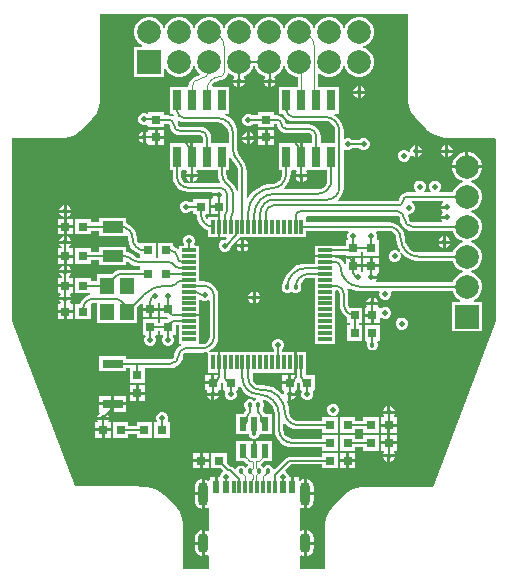
<source format=gtl>
G04*
G04 #@! TF.GenerationSoftware,Altium Limited,Altium Designer,22.9.1 (49)*
G04*
G04 Layer_Physical_Order=1*
G04 Layer_Color=255*
%FSLAX44Y44*%
%MOMM*%
G71*
G04*
G04 #@! TF.SameCoordinates,AC89A68A-B202-40CF-82E1-916CA4805ACC*
G04*
G04*
G04 #@! TF.FilePolarity,Positive*
G04*
G01*
G75*
%ADD12C,0.2000*%
%ADD13C,0.1000*%
%ADD14R,0.8000X0.8000*%
%ADD22R,0.8000X0.8000*%
%ADD34R,1.2000X0.3000*%
%ADD35R,0.3000X1.2000*%
%ADD36R,0.7200X1.7800*%
%ADD37R,0.6000X1.1400*%
%ADD38R,0.3000X1.1400*%
%ADD39R,0.6000X1.2000*%
%ADD40R,1.2000X1.4000*%
%ADD41R,1.8000X1.0000*%
%ADD42R,1.7000X0.8000*%
%ADD43C,0.1500*%
%ADD44O,0.9000X2.0000*%
%ADD45O,0.9000X1.7000*%
%ADD46C,2.0000*%
%ADD47R,2.0000X2.0000*%
%ADD48R,2.0000X2.0000*%
%ADD49C,0.5080*%
%ADD50C,0.4572*%
G36*
X335001Y398951D02*
X335124Y396461D01*
X336095Y391578D01*
X338001Y386977D01*
X340767Y382837D01*
X342441Y380990D01*
X350650Y372782D01*
Y372782D01*
X352497Y371108D01*
X356637Y368341D01*
X361237Y366436D01*
X366121Y365465D01*
X368610Y365342D01*
X409174D01*
X410000Y364367D01*
X410000Y210000D01*
X356929Y71004D01*
X356913Y70976D01*
X356217Y69973D01*
X356098Y69997D01*
X356037Y70000D01*
X298952Y70000D01*
X298952Y70000D01*
X296463Y69878D01*
X291579Y68906D01*
X286979Y67001D01*
X282839Y64234D01*
X280992Y62561D01*
X272439Y54008D01*
X272439Y54008D01*
X270765Y52161D01*
X267999Y48021D01*
X266094Y43421D01*
X265122Y38537D01*
X265000Y36048D01*
Y32622D01*
X265000Y61D01*
X243812D01*
X243739Y149D01*
Y11152D01*
X245009Y11723D01*
X246412Y11141D01*
X246980Y11066D01*
Y22000D01*
Y32933D01*
X246412Y32859D01*
X245009Y32278D01*
X243739Y32848D01*
Y51452D01*
X245009Y52023D01*
X246412Y51441D01*
X246980Y51367D01*
Y63800D01*
Y76234D01*
X246412Y76159D01*
X244700Y75450D01*
X243810Y74767D01*
X242540Y75393D01*
Y77740D01*
X238270D01*
Y69500D01*
X235730D01*
Y77740D01*
X234080D01*
Y79011D01*
X233307Y80878D01*
X231878Y82307D01*
X231469Y82476D01*
X231221Y83722D01*
X236145Y88645D01*
X262460D01*
Y85460D01*
X275540D01*
Y98540D01*
X262460D01*
Y95354D01*
X234755D01*
X233471Y95099D01*
X232383Y94372D01*
X222429Y84418D01*
X220940Y84725D01*
X220521Y85738D01*
X219163Y87096D01*
X217390Y87831D01*
X215470D01*
X213696Y87096D01*
X212577Y85978D01*
X211544Y87011D01*
X210530Y87431D01*
X210435Y87802D01*
X210496Y88820D01*
X211227Y89308D01*
X212710Y90791D01*
X212781Y90898D01*
X213344Y91460D01*
X220040D01*
Y108540D01*
X206270D01*
Y100000D01*
X203730D01*
Y108540D01*
X189960D01*
Y91460D01*
X196656D01*
X197219Y90898D01*
X197290Y90791D01*
X198773Y89308D01*
X199504Y88820D01*
X199565Y87802D01*
X199470Y87431D01*
X198456Y87011D01*
X197380Y85935D01*
X196304Y87011D01*
X194530Y87746D01*
X192610D01*
X190836Y87011D01*
X189479Y85654D01*
X189243Y85084D01*
X187997Y84836D01*
X186631Y86202D01*
X185543Y86929D01*
X184634Y87110D01*
X181540Y90204D01*
Y98540D01*
X168460D01*
Y85460D01*
X176796D01*
X178606Y83650D01*
X178358Y82404D01*
X178122Y82307D01*
X176693Y80878D01*
X175920Y79011D01*
Y77740D01*
X174270D01*
Y69500D01*
X171730D01*
Y77740D01*
X167460D01*
Y75393D01*
X166190Y74767D01*
X165300Y75450D01*
X163588Y76159D01*
X163020Y76234D01*
Y63800D01*
Y51367D01*
X163588Y51441D01*
X165140Y52084D01*
X166410Y51601D01*
Y32699D01*
X165140Y32216D01*
X163588Y32859D01*
X163020Y32933D01*
Y22000D01*
Y11066D01*
X163588Y11141D01*
X165140Y11784D01*
X166410Y11301D01*
Y61D01*
X145897D01*
X144999Y959D01*
X145000Y26000D01*
Y36048D01*
X145000D01*
X145000Y36048D01*
X144878Y38537D01*
X143906Y43421D01*
X142001Y48021D01*
X139234Y52161D01*
X137561Y54008D01*
X129008Y62561D01*
X129008Y62561D01*
X127161Y64234D01*
X123021Y67001D01*
X118421Y68906D01*
X113537Y69878D01*
X111048Y70000D01*
X107622Y70000D01*
Y70152D01*
X53397D01*
X0Y210000D01*
Y365000D01*
X41047D01*
X43537Y365122D01*
X48421Y366094D01*
X53021Y367999D01*
X57161Y370765D01*
X59008Y372439D01*
X67218Y380650D01*
X67218D01*
X67218Y380650D01*
X68892Y382497D01*
X71659Y386637D01*
X73564Y391237D01*
X74535Y396121D01*
X74658Y398610D01*
X74658Y469659D01*
X74998Y470000D01*
X335001D01*
Y398951D01*
D02*
G37*
%LPC*%
G36*
X295551Y467540D02*
X292249D01*
X289060Y466685D01*
X286200Y465034D01*
X283866Y462700D01*
X282215Y459840D01*
X281857Y458507D01*
X280543D01*
X280185Y459840D01*
X278535Y462700D01*
X276200Y465034D01*
X273340Y466685D01*
X270151Y467540D01*
X266849D01*
X263660Y466685D01*
X260800Y465034D01*
X258465Y462700D01*
X256815Y459840D01*
X256457Y458507D01*
X255143D01*
X254785Y459840D01*
X253134Y462700D01*
X250800Y465034D01*
X247940Y466685D01*
X244751Y467540D01*
X241449D01*
X238260Y466685D01*
X235400Y465034D01*
X233065Y462700D01*
X231415Y459840D01*
X231057Y458507D01*
X229743D01*
X229385Y459840D01*
X227735Y462700D01*
X225400Y465034D01*
X222540Y466685D01*
X219351Y467540D01*
X216049D01*
X212860Y466685D01*
X210000Y465034D01*
X207666Y462700D01*
X206015Y459840D01*
X205657Y458507D01*
X204343D01*
X203985Y459840D01*
X202334Y462700D01*
X200000Y465034D01*
X197140Y466685D01*
X193951Y467540D01*
X190649D01*
X187460Y466685D01*
X184600Y465034D01*
X182265Y462700D01*
X180615Y459840D01*
X180257Y458507D01*
X178943D01*
X178585Y459840D01*
X176935Y462700D01*
X174600Y465034D01*
X171740Y466685D01*
X168551Y467540D01*
X165249D01*
X162060Y466685D01*
X159200Y465034D01*
X156866Y462700D01*
X155215Y459840D01*
X154857Y458507D01*
X153543D01*
X153185Y459840D01*
X151535Y462700D01*
X149200Y465034D01*
X146340Y466685D01*
X143151Y467540D01*
X139849D01*
X136660Y466685D01*
X133800Y465034D01*
X131466Y462700D01*
X129815Y459840D01*
X129457Y458507D01*
X128143D01*
X127785Y459840D01*
X126135Y462700D01*
X123800Y465034D01*
X120940Y466685D01*
X117751Y467540D01*
X114449D01*
X111260Y466685D01*
X108400Y465034D01*
X106066Y462700D01*
X104415Y459840D01*
X103560Y456651D01*
Y453349D01*
X104415Y450160D01*
X106066Y447300D01*
X108400Y444966D01*
X110044Y444017D01*
X110381Y442355D01*
X110218Y442140D01*
X103560D01*
Y417060D01*
X128640D01*
Y423718D01*
X128855Y423881D01*
X130517Y423544D01*
X131466Y421900D01*
X133800Y419566D01*
X136660Y417915D01*
X139849Y417060D01*
X143151D01*
X146340Y417915D01*
X149200Y419566D01*
X151535Y421900D01*
X153185Y424760D01*
X153543Y426093D01*
X154857D01*
X155215Y424760D01*
X156866Y421900D01*
X159200Y419566D01*
X159402Y419449D01*
X159188Y418154D01*
X159000Y418124D01*
Y418124D01*
X156457Y417789D01*
X154088Y416808D01*
X152053Y415247D01*
X150492Y413212D01*
X149511Y410843D01*
X149221Y408640D01*
X146160Y408640D01*
X144890Y408640D01*
X133460D01*
Y385760D01*
X136334D01*
X136937Y384306D01*
X135965Y383334D01*
X134525Y383930D01*
X132400Y384210D01*
Y384209D01*
X128540D01*
Y387140D01*
X115460D01*
Y386384D01*
X114190Y385591D01*
X113011Y386080D01*
X110990D01*
X109122Y385307D01*
X107693Y383878D01*
X106920Y382010D01*
Y379990D01*
X107693Y378122D01*
X109122Y376693D01*
X110990Y375920D01*
X113011D01*
X114190Y376409D01*
X115460Y375616D01*
Y374060D01*
X128540D01*
Y376991D01*
X132400D01*
X132431Y376997D01*
X132579Y376936D01*
X133386Y376000D01*
X133680Y373771D01*
X134540Y371693D01*
X135909Y369909D01*
X137693Y368540D01*
X139771Y367680D01*
X142000Y367386D01*
Y367391D01*
X159000D01*
Y367379D01*
X159910Y367198D01*
X160682Y366682D01*
X161198Y365910D01*
X161379Y365000D01*
X161391D01*
Y361338D01*
X160493Y360440D01*
X158860Y360440D01*
X157590Y360440D01*
X153570D01*
Y349000D01*
X151030D01*
Y360440D01*
X147010D01*
X146160Y360440D01*
X144890Y360440D01*
X133460D01*
Y337560D01*
X135991D01*
Y332400D01*
X135948D01*
X136393Y329022D01*
X137697Y325874D01*
X139771Y323171D01*
X142474Y321097D01*
X145622Y319793D01*
X149000Y319348D01*
Y319391D01*
X169382D01*
X170087Y318335D01*
X170028Y318190D01*
X175000D01*
Y315650D01*
X170028D01*
X170375Y314810D01*
X169536Y313540D01*
X168460D01*
Y308270D01*
X175000D01*
Y305730D01*
X168460D01*
Y300460D01*
X174627D01*
X175641Y299190D01*
X175518Y298644D01*
X175289Y298540D01*
X165960D01*
Y296933D01*
X164690Y296548D01*
X164034Y297529D01*
X163704Y299190D01*
X164568Y300460D01*
X166540D01*
Y313540D01*
X153460D01*
Y310609D01*
X150575D01*
X149878Y311307D01*
X148011Y312080D01*
X145990D01*
X144122Y311307D01*
X142693Y309878D01*
X141920Y308011D01*
Y305989D01*
X142693Y304122D01*
X144122Y302693D01*
X145990Y301920D01*
X148011D01*
X149878Y302693D01*
X150575Y303391D01*
X153460D01*
Y300460D01*
X155264D01*
X156343Y300000D01*
X156809Y296465D01*
X158173Y293172D01*
X160343Y290343D01*
X163172Y288173D01*
X165960Y287018D01*
Y281460D01*
X174041D01*
Y290000D01*
X175959D01*
Y281460D01*
X181439D01*
X181925Y280287D01*
X180718Y279080D01*
X178990D01*
X177122Y278307D01*
X175693Y276878D01*
X174920Y275011D01*
Y272990D01*
X175693Y271122D01*
X177122Y269693D01*
X178990Y268920D01*
X181010D01*
X182878Y269693D01*
X184307Y271122D01*
X185080Y272990D01*
Y273233D01*
X192052Y280205D01*
X192835Y281376D01*
X192851Y281460D01*
X249040D01*
Y286391D01*
X284410D01*
X284937Y285121D01*
X284693Y284878D01*
X283920Y283011D01*
Y280989D01*
X284409Y279810D01*
X283616Y278540D01*
X282460D01*
Y273609D01*
X273540D01*
Y274040D01*
X256460D01*
Y265960D01*
Y265959D01*
X265000D01*
X273540D01*
Y266391D01*
X282460D01*
Y265460D01*
X295540D01*
Y268391D01*
X297460D01*
Y265460D01*
X310540D01*
Y278540D01*
X309384D01*
X308591Y279810D01*
X309080Y280989D01*
Y283011D01*
X308307Y284878D01*
X308064Y285121D01*
X308590Y286391D01*
X319000D01*
X319167Y286424D01*
X321471Y285966D01*
X323566Y284566D01*
X324966Y282471D01*
X325217Y281207D01*
X325368Y280000D01*
X325368D01*
X325734Y276287D01*
X326817Y272717D01*
X328114Y270290D01*
X328552Y269190D01*
X328552Y269190D01*
Y269190D01*
X327735Y268450D01*
X327635Y268549D01*
X326878Y269307D01*
X325010Y270080D01*
X322990D01*
X321122Y269307D01*
X319693Y267878D01*
X318920Y266010D01*
Y263990D01*
X319693Y262122D01*
X321122Y260693D01*
X322990Y259920D01*
X325010D01*
X326878Y260693D01*
X328307Y262122D01*
X329080Y263990D01*
Y266010D01*
X328476Y267469D01*
X328411Y267625D01*
X329312Y268165D01*
X330229Y267412D01*
X330943Y266543D01*
X333827Y264176D01*
X337117Y262417D01*
X340687Y261334D01*
X344400Y260968D01*
Y260991D01*
X372985D01*
X373315Y259760D01*
X374966Y256900D01*
X377300Y254566D01*
X380160Y252915D01*
X381493Y252557D01*
Y251243D01*
X380160Y250885D01*
X377300Y249235D01*
X374966Y246900D01*
X373315Y244040D01*
X372985Y242809D01*
X308653D01*
X308167Y243983D01*
X308307Y244122D01*
X308972Y245730D01*
X304000D01*
Y248270D01*
X308972D01*
X308591Y249190D01*
X309384Y250460D01*
X310540D01*
Y255730D01*
X304000D01*
X297460D01*
Y252208D01*
X296190Y251564D01*
X295540Y252003D01*
Y255730D01*
X289000D01*
Y257000D01*
X287730D01*
Y263540D01*
X282460D01*
Y258598D01*
X281190Y258345D01*
X280586Y259802D01*
X279378Y261378D01*
X277803Y262586D01*
X275968Y263346D01*
X274063Y263597D01*
X274000Y263609D01*
X273540D01*
Y264041D01*
X265000D01*
X256460D01*
Y258609D01*
X249000D01*
Y258634D01*
X245170Y258257D01*
X241486Y257140D01*
X238092Y255326D01*
X235116Y252884D01*
X232675Y249908D01*
X230860Y246514D01*
X229743Y242831D01*
X229714Y242539D01*
X228909Y241734D01*
X228174Y239960D01*
Y238040D01*
X228909Y236266D01*
X230266Y234909D01*
X232040Y234174D01*
X233960D01*
X235734Y234909D01*
X236556Y235731D01*
X237378Y234909D01*
X239152Y234174D01*
X241072D01*
X242846Y234909D01*
X244203Y236266D01*
X244938Y238040D01*
Y239960D01*
X244255Y241608D01*
X244707Y242698D01*
X245882Y244230D01*
X247414Y245405D01*
X249198Y246144D01*
X251095Y246394D01*
X251112Y246391D01*
X256460D01*
Y240960D01*
Y230960D01*
Y220960D01*
Y210960D01*
Y200960D01*
Y190960D01*
X273540D01*
Y195960D01*
Y205960D01*
Y215960D01*
Y225960D01*
Y235303D01*
X274601Y236192D01*
X274810Y236237D01*
X275301Y236140D01*
X276403Y235403D01*
X277140Y234300D01*
X277395Y233019D01*
X277391Y233000D01*
Y224000D01*
X277352D01*
X277783Y220726D01*
X279046Y217676D01*
X281056Y215056D01*
X283460Y213212D01*
Y208460D01*
X286391D01*
Y206540D01*
X283460D01*
Y193460D01*
X296540D01*
Y206540D01*
X293609D01*
Y208460D01*
X296540D01*
Y221540D01*
X285230D01*
X284976Y221919D01*
X284586Y223882D01*
X284609Y224000D01*
Y233000D01*
X284631D01*
X284269Y235751D01*
X283538Y237516D01*
X284537Y238422D01*
X286978Y237117D01*
X290813Y235954D01*
X294800Y235562D01*
Y235591D01*
X310432D01*
X311137Y234535D01*
X310920Y234011D01*
Y231989D01*
X311693Y230122D01*
X313122Y228693D01*
X314989Y227920D01*
X317010D01*
X318878Y228693D01*
X320307Y230122D01*
X321080Y231989D01*
Y234011D01*
X320863Y234535D01*
X321568Y235591D01*
X372985D01*
X373315Y234360D01*
X374966Y231500D01*
X377300Y229165D01*
X378944Y228217D01*
X379281Y226556D01*
X379118Y226340D01*
X372460D01*
Y201260D01*
X397540D01*
Y226340D01*
X390882D01*
X390719Y226556D01*
X391056Y228217D01*
X392700Y229165D01*
X395034Y231500D01*
X396685Y234360D01*
X397540Y237549D01*
Y240851D01*
X396685Y244040D01*
X395034Y246900D01*
X392700Y249235D01*
X389840Y250885D01*
X388507Y251243D01*
Y252557D01*
X389840Y252915D01*
X392700Y254566D01*
X395034Y256900D01*
X396685Y259760D01*
X397540Y262949D01*
Y266251D01*
X396685Y269440D01*
X395034Y272300D01*
X392700Y274634D01*
X389840Y276285D01*
X388507Y276643D01*
Y277957D01*
X389840Y278315D01*
X392700Y279965D01*
X395034Y282300D01*
X396685Y285160D01*
X397540Y288349D01*
Y291651D01*
X396685Y294840D01*
X395034Y297700D01*
X392700Y300035D01*
X389840Y301685D01*
X388507Y302043D01*
Y303357D01*
X389840Y303715D01*
X392700Y305366D01*
X395034Y307700D01*
X396685Y310560D01*
X397540Y313749D01*
Y317051D01*
X396685Y320240D01*
X395034Y323100D01*
X392700Y325434D01*
X389840Y327085D01*
X388507Y327443D01*
Y328757D01*
X389840Y329115D01*
X392700Y330765D01*
X395034Y333100D01*
X396685Y335960D01*
X397540Y339149D01*
Y339530D01*
X385000D01*
X372460D01*
Y339149D01*
X373315Y335960D01*
X374966Y333100D01*
X377300Y330765D01*
X380160Y329115D01*
X381493Y328757D01*
Y327443D01*
X380160Y327085D01*
X377300Y325434D01*
X374966Y323100D01*
X373315Y320240D01*
X372985Y319009D01*
X361990D01*
X361464Y320279D01*
X362307Y321122D01*
X363080Y322990D01*
Y325010D01*
X362307Y326878D01*
X360878Y328307D01*
X359011Y329080D01*
X356990D01*
X355122Y328307D01*
X353693Y326878D01*
X352920Y325010D01*
Y322990D01*
X353693Y321122D01*
X354537Y320279D01*
X354010Y319009D01*
X348990D01*
X348464Y320279D01*
X349307Y321122D01*
X350080Y322990D01*
Y325010D01*
X349307Y326878D01*
X347878Y328307D01*
X346011Y329080D01*
X343989D01*
X342122Y328307D01*
X340693Y326878D01*
X339920Y325010D01*
Y322990D01*
X340693Y321122D01*
X341536Y320279D01*
X341010Y319009D01*
X334400D01*
X334259Y318981D01*
X332588Y318761D01*
X330900Y318062D01*
X329450Y316950D01*
X328338Y315500D01*
X327639Y313812D01*
X327419Y312141D01*
X327391Y312000D01*
X327360D01*
X327255Y311745D01*
X327000Y311640D01*
Y311609D01*
X276373D01*
X275965Y312812D01*
X276657Y313343D01*
X278827Y316172D01*
X280191Y319465D01*
X280657Y323000D01*
X280609D01*
Y354547D01*
X281879Y355380D01*
X282990Y354920D01*
X285011D01*
X286878Y355693D01*
X287575Y356391D01*
X294005D01*
X294702Y355693D01*
X296569Y354920D01*
X298591D01*
X300458Y355693D01*
X301887Y357122D01*
X302660Y358989D01*
Y361011D01*
X301887Y362878D01*
X300458Y364307D01*
X298591Y365080D01*
X296569D01*
X294702Y364307D01*
X294005Y363609D01*
X287575D01*
X286878Y364307D01*
X285011Y365080D01*
X282990D01*
X281879Y364620D01*
X280609Y365453D01*
Y371000D01*
X280615D01*
X280315Y374046D01*
X279426Y376976D01*
X277983Y379675D01*
X276042Y382042D01*
X273675Y383983D01*
X272728Y384490D01*
X273046Y385760D01*
X276540D01*
Y408640D01*
X264260D01*
Y408640D01*
X263840D01*
Y408640D01*
X259100D01*
Y419607D01*
X260273Y420093D01*
X260800Y419566D01*
X263660Y417915D01*
X266849Y417060D01*
X270151D01*
X273340Y417915D01*
X276200Y419566D01*
X278535Y421900D01*
X280185Y424760D01*
X280543Y426093D01*
X281857D01*
X282215Y424760D01*
X283866Y421900D01*
X286200Y419566D01*
X289060Y417915D01*
X292249Y417060D01*
X295551D01*
X298740Y417915D01*
X301600Y419566D01*
X303934Y421900D01*
X305585Y424760D01*
X306440Y427949D01*
Y431251D01*
X305585Y434440D01*
X303934Y437300D01*
X301600Y439635D01*
X298740Y441285D01*
X297407Y441643D01*
Y442957D01*
X298740Y443315D01*
X301600Y444966D01*
X303934Y447300D01*
X305585Y450160D01*
X306440Y453349D01*
Y456651D01*
X305585Y459840D01*
X303934Y462700D01*
X301600Y465034D01*
X298740Y466685D01*
X295551Y467540D01*
D02*
G37*
G36*
X295270Y408973D02*
Y405270D01*
X298972D01*
X298307Y406878D01*
X296878Y408307D01*
X295270Y408973D01*
D02*
G37*
G36*
X292730D02*
X291122Y408307D01*
X289693Y406878D01*
X289028Y405270D01*
X292730D01*
Y408973D01*
D02*
G37*
G36*
X298972Y402730D02*
X295270D01*
Y399027D01*
X296878Y399693D01*
X298307Y401122D01*
X298972Y402730D01*
D02*
G37*
G36*
X292730D02*
X289028D01*
X289693Y401122D01*
X291122Y399693D01*
X292730Y399027D01*
Y402730D01*
D02*
G37*
G36*
X120730Y372140D02*
X115460D01*
Y370984D01*
X114190Y370191D01*
X113270Y370573D01*
Y365600D01*
Y360628D01*
X114190Y361008D01*
X115460Y360216D01*
Y359060D01*
X120730D01*
Y365600D01*
Y372140D01*
D02*
G37*
G36*
X128540D02*
X123270D01*
Y366870D01*
X128540D01*
Y372140D01*
D02*
G37*
G36*
X110730Y370573D02*
X109122Y369907D01*
X107693Y368478D01*
X107028Y366870D01*
X110730D01*
Y370573D01*
D02*
G37*
G36*
Y364330D02*
X107028D01*
X107693Y362722D01*
X109122Y361293D01*
X110730Y360628D01*
Y364330D01*
D02*
G37*
G36*
X128540D02*
X123270D01*
Y359060D01*
X128540D01*
Y364330D01*
D02*
G37*
G36*
X369270Y358973D02*
Y355270D01*
X372972D01*
X372307Y356878D01*
X370878Y358307D01*
X369270Y358973D01*
D02*
G37*
G36*
X366730D02*
X365122Y358307D01*
X363693Y356878D01*
X363027Y355270D01*
X366730D01*
Y358973D01*
D02*
G37*
G36*
X343270D02*
Y355270D01*
X346973D01*
X346307Y356878D01*
X344878Y358307D01*
X343270Y358973D01*
D02*
G37*
G36*
X340730D02*
X339122Y358307D01*
X337693Y356878D01*
X336920Y355010D01*
Y354060D01*
X335650Y353534D01*
X334878Y354307D01*
X333010Y355080D01*
X330989D01*
X329122Y354307D01*
X327693Y352878D01*
X326920Y351011D01*
Y348989D01*
X327693Y347122D01*
X329122Y345693D01*
X330989Y344920D01*
X333010D01*
X334878Y345693D01*
X336307Y347122D01*
X337080Y348989D01*
Y349940D01*
X338350Y350466D01*
X339122Y349693D01*
X340730Y349027D01*
Y354000D01*
Y358973D01*
D02*
G37*
G36*
X372972Y352730D02*
X369270D01*
Y349027D01*
X370878Y349693D01*
X372307Y351122D01*
X372972Y352730D01*
D02*
G37*
G36*
X366730D02*
X363027D01*
X363693Y351122D01*
X365122Y349693D01*
X366730Y349027D01*
Y352730D01*
D02*
G37*
G36*
X346973D02*
X343270D01*
Y349027D01*
X344878Y349693D01*
X346307Y351122D01*
X346973Y352730D01*
D02*
G37*
G36*
X386651Y353340D02*
X386270D01*
Y342070D01*
X397540D01*
Y342451D01*
X396685Y345640D01*
X395034Y348500D01*
X392700Y350835D01*
X389840Y352485D01*
X386651Y353340D01*
D02*
G37*
G36*
X383730D02*
X383349D01*
X380160Y352485D01*
X377300Y350835D01*
X374966Y348500D01*
X373315Y345640D01*
X372460Y342451D01*
Y342070D01*
X383730D01*
Y353340D01*
D02*
G37*
G36*
X46270Y307973D02*
Y304270D01*
X49973D01*
X49307Y305878D01*
X47878Y307307D01*
X46270Y307973D01*
D02*
G37*
G36*
X43730D02*
X42122Y307307D01*
X40693Y305878D01*
X40027Y304270D01*
X43730D01*
Y307973D01*
D02*
G37*
G36*
X49973Y301730D02*
X46270D01*
Y298027D01*
X47878Y298693D01*
X49307Y300122D01*
X49973Y301730D01*
D02*
G37*
G36*
X43730D02*
X40027D01*
X40693Y300122D01*
X42122Y298693D01*
X43730Y298027D01*
Y301730D01*
D02*
G37*
G36*
X96540Y297540D02*
X73460D01*
Y293609D01*
X66540D01*
Y296540D01*
X53460D01*
Y283460D01*
X66540D01*
Y286391D01*
X73460D01*
Y282460D01*
X96540D01*
Y282460D01*
X97810Y282704D01*
X97966Y282471D01*
X98215Y281217D01*
X98343Y280000D01*
X98343D01*
X98808Y276465D01*
X100173Y273172D01*
X102343Y270343D01*
X105172Y268173D01*
X108460Y266811D01*
Y263609D01*
X106828D01*
X106818Y263607D01*
X105595Y263850D01*
X105561Y263873D01*
X104587Y264587D01*
X104587Y264587D01*
X101708Y266796D01*
X98355Y268185D01*
X96540Y268424D01*
Y272540D01*
X73460D01*
Y268609D01*
X66540D01*
Y271540D01*
X53460D01*
Y258460D01*
X66540D01*
Y261391D01*
X73460D01*
Y257460D01*
X96540D01*
Y259993D01*
X97596Y260699D01*
X98074Y260501D01*
X99432Y259459D01*
X99434Y259434D01*
Y259434D01*
X101600Y257772D01*
X104122Y256727D01*
X106828Y256371D01*
Y256391D01*
X108460D01*
Y253608D01*
X104374Y253608D01*
X103171Y253786D01*
X103141Y253799D01*
X103127Y253780D01*
X101981Y253609D01*
X91000D01*
X90808Y253571D01*
X89293Y253372D01*
X87702Y252713D01*
X86336Y251664D01*
X86312Y251634D01*
X85388Y250762D01*
X85213Y250341D01*
X84349Y249540D01*
X71460D01*
Y243609D01*
X66540D01*
Y246540D01*
X53460D01*
Y233460D01*
X65330D01*
X65363Y233460D01*
X65363Y233460D01*
X65532Y233460D01*
X65726Y232217D01*
X65719Y232214D01*
X62676Y230954D01*
X60056Y228944D01*
X58046Y226324D01*
X57307Y224540D01*
X53460D01*
Y211460D01*
X66540D01*
Y224540D01*
X67557Y225151D01*
X68882Y225414D01*
X69000Y225391D01*
X71460D01*
Y208460D01*
X105540D01*
Y221436D01*
X109287Y225182D01*
X110460Y224696D01*
Y221270D01*
X117000D01*
X123540D01*
Y225551D01*
X124755Y226618D01*
X125378Y226555D01*
X125411Y226524D01*
X125460Y225410D01*
X125460Y225295D01*
Y221270D01*
X132000D01*
Y218730D01*
X125460D01*
Y213460D01*
X131510D01*
X131971Y212215D01*
X131351Y211540D01*
X125460D01*
Y208609D01*
X123540D01*
Y211540D01*
X110460D01*
Y198460D01*
X112480D01*
X113006Y197190D01*
X112693Y196878D01*
X111920Y195011D01*
Y192990D01*
X112693Y191122D01*
X114122Y189693D01*
X115990Y188920D01*
X118011D01*
X119878Y189693D01*
X121307Y191122D01*
X122080Y192990D01*
Y195011D01*
X121307Y196878D01*
X120994Y197190D01*
X121520Y198460D01*
X123540D01*
Y201391D01*
X125460D01*
Y198460D01*
X127480D01*
X128006Y197190D01*
X127693Y196878D01*
X126920Y195011D01*
Y192990D01*
X127693Y191122D01*
X129122Y189693D01*
X130990Y188920D01*
X133011D01*
X134878Y189693D01*
X136307Y191122D01*
X137080Y192990D01*
Y195011D01*
X136307Y196878D01*
X135994Y197190D01*
X136520Y198460D01*
X138540D01*
Y206391D01*
X141460D01*
Y200960D01*
Y190960D01*
X142798D01*
X143050Y189690D01*
X142189Y189333D01*
X140196Y187804D01*
X138667Y185811D01*
X137705Y183490D01*
X137378Y181000D01*
X137378D01*
X137163Y179819D01*
X137140Y179699D01*
X136403Y178597D01*
X135301Y177860D01*
X134019Y177605D01*
X134000Y177609D01*
X96040D01*
Y180540D01*
X73960D01*
Y167460D01*
X96040D01*
Y170391D01*
X99460D01*
Y157460D01*
X112540D01*
Y170391D01*
X134000D01*
Y170369D01*
X136751Y170731D01*
X139316Y171793D01*
X141517Y173483D01*
X143207Y175685D01*
X144269Y178249D01*
X144631Y181000D01*
X144631D01*
X144953Y182136D01*
X145318Y182682D01*
X146090Y183198D01*
X147000Y183379D01*
Y183391D01*
X161000D01*
Y183343D01*
X164535Y183808D01*
X164856Y183942D01*
X165960Y183024D01*
Y166460D01*
X174041D01*
Y175000D01*
Y183540D01*
X167205D01*
X166952Y184810D01*
X167828Y185173D01*
X170657Y187343D01*
X172827Y190172D01*
X174191Y193465D01*
X174657Y197000D01*
X174609D01*
Y231000D01*
X174648D01*
X174217Y234274D01*
X172954Y237324D01*
X170944Y239944D01*
X168324Y241954D01*
X165274Y243217D01*
X162000Y243648D01*
Y243609D01*
X158540D01*
Y255960D01*
Y265960D01*
Y274040D01*
X155020D01*
X154682Y274554D01*
X154384Y275310D01*
X155080Y276989D01*
Y279011D01*
X154307Y280878D01*
X152878Y282307D01*
X151011Y283080D01*
X148989D01*
X147122Y282307D01*
X145693Y280878D01*
X144920Y279011D01*
Y276989D01*
X145616Y275310D01*
X145318Y274554D01*
X144980Y274040D01*
X141460D01*
Y271901D01*
X140190Y271275D01*
X138811Y272333D01*
X136540Y273274D01*
Y276540D01*
X123460D01*
Y263609D01*
X121540D01*
Y276540D01*
X108460D01*
Y276185D01*
X107190Y275800D01*
X106034Y277529D01*
X105785Y278783D01*
X105657Y280000D01*
X105657D01*
X105191Y283535D01*
X103827Y286828D01*
X101657Y289657D01*
X98828Y291827D01*
X96540Y292775D01*
Y297540D01*
D02*
G37*
G36*
X51540Y296540D02*
X46270D01*
Y291270D01*
X51540D01*
Y296540D01*
D02*
G37*
G36*
X43730D02*
X38460D01*
Y291270D01*
X43730D01*
Y296540D01*
D02*
G37*
G36*
X51540Y288730D02*
X46270D01*
Y283460D01*
X51540D01*
Y288730D01*
D02*
G37*
G36*
X43730D02*
X38460D01*
Y283460D01*
X43730D01*
Y288730D01*
D02*
G37*
G36*
X46270Y281973D02*
Y278270D01*
X49973D01*
X49307Y279878D01*
X47878Y281307D01*
X46270Y281973D01*
D02*
G37*
G36*
X43730D02*
X42122Y281307D01*
X40693Y279878D01*
X40027Y278270D01*
X43730D01*
Y281973D01*
D02*
G37*
G36*
X196270Y278972D02*
Y275270D01*
X199972D01*
X199307Y276878D01*
X197878Y278307D01*
X196270Y278972D01*
D02*
G37*
G36*
X193730D02*
X192122Y278307D01*
X190693Y276878D01*
X190028Y275270D01*
X193730D01*
Y278972D01*
D02*
G37*
G36*
X199972Y272730D02*
X196270D01*
Y269028D01*
X197878Y269693D01*
X199307Y271122D01*
X199972Y272730D01*
D02*
G37*
G36*
X193730D02*
X190028D01*
X190693Y271122D01*
X192122Y269693D01*
X193730Y269028D01*
Y272730D01*
D02*
G37*
G36*
X49973Y275730D02*
X40027D01*
X40693Y274122D01*
X42006Y272810D01*
X41935Y272267D01*
X41617Y271540D01*
X38460D01*
Y266270D01*
X51540D01*
Y271540D01*
X48384D01*
X48065Y272267D01*
X47994Y272810D01*
X49307Y274122D01*
X49973Y275730D01*
D02*
G37*
G36*
X51540Y263730D02*
X46270D01*
Y258460D01*
X51540D01*
Y263730D01*
D02*
G37*
G36*
X43730D02*
X38460D01*
Y258460D01*
X43730D01*
Y263730D01*
D02*
G37*
G36*
X310540Y263540D02*
X305270D01*
Y258270D01*
X310540D01*
Y263540D01*
D02*
G37*
G36*
X295540D02*
X290270D01*
Y258270D01*
X295540D01*
Y263540D01*
D02*
G37*
G36*
X302730D02*
X297460D01*
Y258270D01*
X302730D01*
Y263540D01*
D02*
G37*
G36*
X46270Y256973D02*
Y253270D01*
X49973D01*
X49307Y254878D01*
X47878Y256307D01*
X46270Y256973D01*
D02*
G37*
G36*
X43730D02*
X42122Y256307D01*
X40693Y254878D01*
X40027Y253270D01*
X43730D01*
Y256973D01*
D02*
G37*
G36*
X49973Y250730D02*
X40027D01*
X40693Y249122D01*
X42006Y247810D01*
X41935Y247267D01*
X41617Y246540D01*
X38460D01*
Y241270D01*
X45000D01*
X51540D01*
Y246540D01*
X48384D01*
X48065Y247267D01*
X47994Y247810D01*
X49307Y249122D01*
X49973Y250730D01*
D02*
G37*
G36*
X206270Y234972D02*
Y231270D01*
X209972D01*
X209307Y232878D01*
X207878Y234307D01*
X206270Y234972D01*
D02*
G37*
G36*
X203730D02*
X202122Y234307D01*
X200693Y232878D01*
X200028Y231270D01*
X203730D01*
Y234972D01*
D02*
G37*
G36*
X51540Y238730D02*
X45000D01*
X38460D01*
Y233460D01*
X40480D01*
X41006Y232190D01*
X40693Y231878D01*
X40027Y230270D01*
X49973D01*
X49307Y231878D01*
X48994Y232190D01*
X49520Y233460D01*
X51540D01*
Y238730D01*
D02*
G37*
G36*
X306270Y229972D02*
Y226270D01*
X309972D01*
X309307Y227878D01*
X307878Y229307D01*
X306270Y229972D01*
D02*
G37*
G36*
X303730D02*
X302122Y229307D01*
X300693Y227878D01*
X300028Y226270D01*
X303730D01*
Y229972D01*
D02*
G37*
G36*
X209972Y228730D02*
X206270D01*
Y225028D01*
X207878Y225693D01*
X209307Y227122D01*
X209972Y228730D01*
D02*
G37*
G36*
X203730D02*
X200028D01*
X200693Y227122D01*
X202122Y225693D01*
X203730Y225028D01*
Y228730D01*
D02*
G37*
G36*
X49973Y227730D02*
X40027D01*
X40693Y226122D01*
X41006Y225810D01*
X40480Y224540D01*
X38460D01*
Y219270D01*
X45000D01*
X51540D01*
Y224540D01*
X49520D01*
X48994Y225810D01*
X49307Y226122D01*
X49973Y227730D01*
D02*
G37*
G36*
X123540Y218730D02*
X118270D01*
Y213460D01*
X123540D01*
Y218730D01*
D02*
G37*
G36*
X115730D02*
X110460D01*
Y213460D01*
X115730D01*
Y218730D01*
D02*
G37*
G36*
X309972Y223730D02*
X300028D01*
X300409Y222810D01*
X299616Y221540D01*
X298460D01*
Y216270D01*
X305000D01*
Y215000D01*
X306270D01*
Y208460D01*
X311540D01*
Y212480D01*
X312810Y213006D01*
X313122Y212693D01*
X314989Y211920D01*
X317010D01*
X318878Y212693D01*
X320307Y214122D01*
X321080Y215989D01*
Y218011D01*
X320307Y219878D01*
X318878Y221307D01*
X317010Y222080D01*
X314989D01*
X313122Y221307D01*
X312810Y220994D01*
X311540Y221520D01*
Y221540D01*
X310384D01*
X309591Y222810D01*
X309972Y223730D01*
D02*
G37*
G36*
X51540Y216730D02*
X46270D01*
Y211460D01*
X51540D01*
Y216730D01*
D02*
G37*
G36*
X43730D02*
X38460D01*
Y211460D01*
X43730D01*
Y216730D01*
D02*
G37*
G36*
X303730Y213730D02*
X298460D01*
Y208460D01*
X303730D01*
Y213730D01*
D02*
G37*
G36*
X331011Y213080D02*
X328989D01*
X327122Y212307D01*
X325693Y210878D01*
X324920Y209011D01*
Y206989D01*
X325693Y205122D01*
X327122Y203693D01*
X328989Y202920D01*
X331011D01*
X332878Y203693D01*
X334307Y205122D01*
X335080Y206989D01*
Y209011D01*
X334307Y210878D01*
X332878Y212307D01*
X331011Y213080D01*
D02*
G37*
G36*
X311540Y206540D02*
X298460D01*
Y193460D01*
X299940D01*
X300002Y193414D01*
X300683Y192190D01*
X300174Y190960D01*
Y189040D01*
X300909Y187266D01*
X302266Y185909D01*
X304040Y185174D01*
X305960D01*
X307734Y185909D01*
X309091Y187266D01*
X309826Y189040D01*
Y190960D01*
X309317Y192190D01*
X309998Y193414D01*
X310060Y193460D01*
X311540D01*
Y206540D01*
D02*
G37*
G36*
X233730Y164540D02*
X228460D01*
Y159270D01*
X233730D01*
Y164540D01*
D02*
G37*
G36*
X168730D02*
X163460D01*
Y159270D01*
X168730D01*
Y164540D01*
D02*
G37*
G36*
X112540Y155540D02*
X107270D01*
Y150270D01*
X112540D01*
Y155540D01*
D02*
G37*
G36*
X104730D02*
X99460D01*
Y150270D01*
X104730D01*
Y155540D01*
D02*
G37*
G36*
X239972Y146730D02*
X236270D01*
Y143027D01*
X237878Y143693D01*
X239307Y145122D01*
X239972Y146730D01*
D02*
G37*
G36*
X174972D02*
X171270D01*
Y143027D01*
X172878Y143693D01*
X174307Y145122D01*
X174972Y146730D01*
D02*
G37*
G36*
X168730D02*
X165028D01*
X165693Y145122D01*
X167122Y143693D01*
X168730Y143027D01*
Y146730D01*
D02*
G37*
G36*
X226010Y195080D02*
X223990D01*
X222122Y194307D01*
X220693Y192878D01*
X219920Y191010D01*
Y188990D01*
X220693Y187122D01*
X221391Y186425D01*
Y183540D01*
X175959D01*
Y175000D01*
Y166460D01*
X176391D01*
Y164540D01*
X171270D01*
Y158000D01*
X170000D01*
Y156730D01*
X163460D01*
Y151460D01*
X164616D01*
X165409Y150190D01*
X165028Y149270D01*
X174972D01*
X174591Y150190D01*
X175384Y151460D01*
X176540D01*
Y157510D01*
X177785Y157971D01*
X178460Y157351D01*
Y151460D01*
X179616D01*
X180409Y150190D01*
X179920Y149010D01*
Y146989D01*
X180693Y145122D01*
X182122Y143693D01*
X183990Y142920D01*
X186010D01*
X187878Y143693D01*
X189307Y145122D01*
X190080Y146989D01*
Y149010D01*
X189591Y150190D01*
X190384Y151460D01*
X191540D01*
Y154255D01*
X191736Y154396D01*
X193380Y154015D01*
X194345Y152208D01*
X196537Y149537D01*
X199208Y147346D01*
X202255Y145717D01*
X205562Y144714D01*
X206256Y144646D01*
X206448Y143350D01*
X205822Y143091D01*
X205000Y142269D01*
X204178Y143091D01*
X202404Y143826D01*
X200484D01*
X198710Y143091D01*
X197353Y141734D01*
X196618Y139960D01*
Y138040D01*
X197353Y136266D01*
X197835Y135784D01*
Y134047D01*
X197336Y133664D01*
X196287Y132298D01*
X195973Y131540D01*
X189960D01*
Y114460D01*
X200174D01*
Y114040D01*
X200909Y112266D01*
X202266Y110909D01*
X204040Y110174D01*
X205960D01*
X207734Y110909D01*
X209091Y112266D01*
X209826Y114040D01*
Y114460D01*
X220040D01*
Y131540D01*
X214027D01*
X213713Y132298D01*
X212664Y133664D01*
X212165Y134047D01*
Y135784D01*
X212647Y136266D01*
X213382Y138040D01*
Y139960D01*
X212647Y141734D01*
X212353Y142028D01*
X212685Y143492D01*
X213224Y143682D01*
X215724Y142646D01*
X218509Y140509D01*
X220646Y137724D01*
X221990Y134481D01*
X222425Y131174D01*
X222391Y131000D01*
Y118000D01*
X222334D01*
X222834Y114204D01*
X224299Y110667D01*
X226630Y107630D01*
X229667Y105299D01*
X233204Y103834D01*
X237000Y103335D01*
Y103391D01*
X262460D01*
Y100460D01*
X275540D01*
Y113540D01*
X262460D01*
Y110609D01*
X237000D01*
X236983Y110606D01*
X235086Y110856D01*
X233302Y111595D01*
X231770Y112770D01*
X230595Y114302D01*
X229856Y116086D01*
X229606Y117983D01*
X229609Y118000D01*
Y123288D01*
X230812Y123696D01*
X231630Y122630D01*
X234667Y120299D01*
X238204Y118834D01*
X242000Y118335D01*
Y118391D01*
X262460D01*
Y115460D01*
X275540D01*
Y128540D01*
X262460D01*
Y125609D01*
X242000D01*
X241983Y125606D01*
X240086Y125856D01*
X238302Y126595D01*
X236770Y127770D01*
X235595Y129302D01*
X234856Y131086D01*
X234765Y131778D01*
X234649Y133000D01*
X234649D01*
X234214Y137419D01*
X232925Y141667D01*
X232706Y142077D01*
X233612Y143076D01*
X233730Y143027D01*
Y148000D01*
X235000D01*
Y149270D01*
X239972D01*
X239591Y150190D01*
X240384Y151460D01*
X241540D01*
Y157510D01*
X242785Y157971D01*
X243460Y157351D01*
Y151460D01*
X244616D01*
X245409Y150190D01*
X244920Y149010D01*
Y146989D01*
X245693Y145122D01*
X247122Y143693D01*
X248990Y142920D01*
X251010D01*
X252878Y143693D01*
X254307Y145122D01*
X255080Y146989D01*
Y149010D01*
X254591Y150190D01*
X255384Y151460D01*
X256540D01*
Y164540D01*
X248609D01*
Y166460D01*
X249040D01*
Y183540D01*
X240959D01*
Y175000D01*
Y166460D01*
X241391D01*
Y164540D01*
X236270D01*
Y158000D01*
X235000D01*
Y156730D01*
X228460D01*
Y151460D01*
X229616D01*
X230409Y150190D01*
X229920Y149010D01*
Y148696D01*
X228650Y148242D01*
X228015Y149015D01*
X224583Y151832D01*
X220667Y153925D01*
X216419Y155214D01*
X212000Y155649D01*
Y155609D01*
X210000D01*
X209833Y155576D01*
X207529Y156034D01*
X205434Y157434D01*
X204034Y159529D01*
X203576Y161833D01*
X203609Y162000D01*
Y166460D01*
X239041D01*
Y175000D01*
Y183540D01*
X228609D01*
Y186425D01*
X229307Y187122D01*
X230080Y188990D01*
Y191010D01*
X229307Y192878D01*
X227878Y194307D01*
X226010Y195080D01*
D02*
G37*
G36*
X112540Y147730D02*
X107270D01*
Y142460D01*
X112540D01*
Y147730D01*
D02*
G37*
G36*
X104730D02*
X99460D01*
Y142460D01*
X104730D01*
Y147730D01*
D02*
G37*
G36*
X96040Y146540D02*
X86270D01*
Y141270D01*
X96040D01*
Y146540D01*
D02*
G37*
G36*
X83730D02*
X73960D01*
Y141270D01*
X83730D01*
Y146540D01*
D02*
G37*
G36*
X320270Y137972D02*
Y134270D01*
X323973D01*
X323307Y135878D01*
X321878Y137307D01*
X320270Y137972D01*
D02*
G37*
G36*
X317730D02*
X316122Y137307D01*
X314693Y135878D01*
X314028Y134270D01*
X317730D01*
Y137972D01*
D02*
G37*
G36*
X96040Y138730D02*
X86270D01*
Y133460D01*
X96040D01*
Y138730D01*
D02*
G37*
G36*
X273011Y140080D02*
X270989D01*
X269122Y139307D01*
X267693Y137878D01*
X266920Y136011D01*
Y133989D01*
X267693Y132122D01*
X269122Y130693D01*
X270989Y129920D01*
X273011D01*
X274878Y130693D01*
X276307Y132122D01*
X277080Y133989D01*
Y136011D01*
X276307Y137878D01*
X274878Y139307D01*
X273011Y140080D01*
D02*
G37*
G36*
X83730Y138730D02*
X73960D01*
Y133614D01*
X73960Y133460D01*
X74006Y132190D01*
X72693Y130878D01*
X72028Y129270D01*
X81973D01*
X81307Y130878D01*
X79994Y132190D01*
X80065Y132733D01*
X80384Y133460D01*
X83730D01*
Y138730D01*
D02*
G37*
G36*
X310540Y128540D02*
X297460D01*
Y125609D01*
X290540D01*
Y128540D01*
X277460D01*
Y115460D01*
X290540D01*
Y118391D01*
X297460D01*
Y115460D01*
X310540D01*
Y128540D01*
D02*
G37*
G36*
X323973Y131730D02*
X314028D01*
X314693Y130122D01*
X315006Y129810D01*
X314480Y128540D01*
X312460D01*
Y123270D01*
X319000D01*
X325540D01*
Y128540D01*
X323520D01*
X322994Y129810D01*
X323307Y130122D01*
X323973Y131730D01*
D02*
G37*
G36*
X118540Y124540D02*
X105460D01*
Y121609D01*
X98540D01*
Y124540D01*
X85460D01*
Y111460D01*
X98540D01*
Y114391D01*
X105460D01*
Y111460D01*
X118540D01*
Y124540D01*
D02*
G37*
G36*
X81973Y126730D02*
X72028D01*
X72409Y125810D01*
X71616Y124540D01*
X70460D01*
Y119270D01*
X77000D01*
X83540D01*
Y124540D01*
X82384D01*
X81591Y125810D01*
X81973Y126730D01*
D02*
G37*
G36*
X325540Y120730D02*
X320270D01*
Y115460D01*
X325540D01*
Y120730D01*
D02*
G37*
G36*
X317730D02*
X312460D01*
Y115460D01*
X317730D01*
Y120730D01*
D02*
G37*
G36*
X128011Y133080D02*
X125990D01*
X124122Y132307D01*
X122693Y130878D01*
X121920Y129010D01*
Y126989D01*
X122409Y125810D01*
X121616Y124540D01*
X120460D01*
Y111460D01*
X133540D01*
Y124540D01*
X132384D01*
X131591Y125810D01*
X132080Y126989D01*
Y129010D01*
X131307Y130878D01*
X129878Y132307D01*
X128011Y133080D01*
D02*
G37*
G36*
X83540Y116730D02*
X78270D01*
Y111460D01*
X83540D01*
Y116730D01*
D02*
G37*
G36*
X75730D02*
X70460D01*
Y111460D01*
X75730D01*
Y116730D01*
D02*
G37*
G36*
X310540Y113540D02*
X297460D01*
Y110609D01*
X290540D01*
Y113540D01*
X277460D01*
Y100460D01*
X290540D01*
Y103391D01*
X297460D01*
Y100460D01*
X310540D01*
Y113540D01*
D02*
G37*
G36*
X325540D02*
X320270D01*
Y108270D01*
X325540D01*
Y113540D01*
D02*
G37*
G36*
X317730D02*
X312460D01*
Y108270D01*
X317730D01*
Y113540D01*
D02*
G37*
G36*
X325540Y105730D02*
X319000D01*
X312460D01*
Y100460D01*
X314480D01*
X315006Y99190D01*
X314693Y98878D01*
X314028Y97270D01*
X323973D01*
X323307Y98878D01*
X322994Y99190D01*
X323520Y100460D01*
X325540D01*
Y105730D01*
D02*
G37*
G36*
X290540Y98540D02*
X285270D01*
Y93270D01*
X290540D01*
Y98540D01*
D02*
G37*
G36*
X166540D02*
X161270D01*
Y93270D01*
X166540D01*
Y98540D01*
D02*
G37*
G36*
X158730D02*
X153460D01*
Y93270D01*
X158730D01*
Y98540D01*
D02*
G37*
G36*
X282730D02*
X277460D01*
Y93270D01*
X282730D01*
Y98540D01*
D02*
G37*
G36*
X323973Y94730D02*
X320270D01*
Y91027D01*
X321878Y91693D01*
X323307Y93122D01*
X323973Y94730D01*
D02*
G37*
G36*
X317730D02*
X314028D01*
X314693Y93122D01*
X316122Y91693D01*
X317730Y91027D01*
Y94730D01*
D02*
G37*
G36*
X290540Y90730D02*
X285270D01*
Y85460D01*
X290540D01*
Y90730D01*
D02*
G37*
G36*
X282730D02*
X277460D01*
Y85460D01*
X282730D01*
Y90730D01*
D02*
G37*
G36*
X166540D02*
X161270D01*
Y85460D01*
X166540D01*
Y90730D01*
D02*
G37*
G36*
X158730D02*
X153460D01*
Y85460D01*
X158730D01*
Y90730D01*
D02*
G37*
G36*
X249520Y76234D02*
Y65070D01*
X255351D01*
Y69300D01*
X255109Y71138D01*
X254399Y72850D01*
X253271Y74321D01*
X251800Y75450D01*
X250088Y76159D01*
X249520Y76234D01*
D02*
G37*
G36*
X160480D02*
X159912Y76159D01*
X158200Y75450D01*
X156729Y74321D01*
X155601Y72850D01*
X154891Y71138D01*
X154649Y69300D01*
Y65070D01*
X160480D01*
Y76234D01*
D02*
G37*
G36*
X255351Y62530D02*
X249520D01*
Y51367D01*
X250088Y51441D01*
X251800Y52151D01*
X253271Y53279D01*
X254399Y54750D01*
X255109Y56462D01*
X255351Y58300D01*
Y62530D01*
D02*
G37*
G36*
X160480D02*
X154649D01*
Y58300D01*
X154891Y56462D01*
X155601Y54750D01*
X156729Y53279D01*
X158200Y52151D01*
X159912Y51441D01*
X160480Y51367D01*
Y62530D01*
D02*
G37*
G36*
X249520Y32933D02*
Y23270D01*
X255351D01*
Y26000D01*
X255109Y27838D01*
X254399Y29550D01*
X253271Y31021D01*
X251800Y32149D01*
X250088Y32859D01*
X249520Y32933D01*
D02*
G37*
G36*
X160480D02*
X159912Y32859D01*
X158200Y32149D01*
X156729Y31021D01*
X155601Y29550D01*
X154891Y27838D01*
X154649Y26000D01*
Y23270D01*
X160480D01*
Y32933D01*
D02*
G37*
G36*
X255351Y20730D02*
X249520D01*
Y11066D01*
X250088Y11141D01*
X251800Y11851D01*
X253271Y12979D01*
X254399Y14450D01*
X255109Y16162D01*
X255351Y18000D01*
Y20730D01*
D02*
G37*
G36*
X160480D02*
X154649D01*
Y18000D01*
X154891Y16162D01*
X155601Y14450D01*
X156729Y12979D01*
X158200Y11851D01*
X159912Y11141D01*
X160480Y11066D01*
Y20730D01*
D02*
G37*
%LPD*%
G36*
X206015Y424760D02*
X207666Y421900D01*
X210000Y419566D01*
X212860Y417915D01*
X213707Y417687D01*
X214087Y416271D01*
X213693Y415878D01*
X213027Y414270D01*
X222973D01*
X222307Y415878D01*
X221786Y416398D01*
X222166Y417814D01*
X222540Y417915D01*
X225400Y419566D01*
X227735Y421900D01*
X229385Y424760D01*
X229743Y426093D01*
X231057D01*
X231415Y424760D01*
X233065Y421900D01*
X235400Y419566D01*
X238260Y417915D01*
X241449Y417060D01*
X241900D01*
Y408640D01*
X238860D01*
Y408640D01*
X238440D01*
Y408640D01*
X226160D01*
Y385760D01*
X229216D01*
X229929Y384040D01*
X231410Y382110D01*
X233340Y380629D01*
X235588Y379698D01*
X238000Y379380D01*
Y379391D01*
X265000D01*
X265043Y379399D01*
X267175Y379118D01*
X269202Y378279D01*
X270943Y376943D01*
X272279Y375202D01*
X273118Y373175D01*
X273399Y371043D01*
X273391Y371000D01*
Y360440D01*
X265110D01*
X264260Y360440D01*
X262990Y360440D01*
X261309D01*
Y366300D01*
X261328D01*
X260976Y368973D01*
X259945Y371464D01*
X258303Y373603D01*
X256164Y375245D01*
X253673Y376276D01*
X251000Y376628D01*
Y376609D01*
X232000D01*
Y376640D01*
X231745Y376745D01*
X231640Y377000D01*
X231609D01*
X231586Y377115D01*
X231356Y378864D01*
X230637Y380601D01*
X229492Y382092D01*
X228001Y383237D01*
X226264Y383956D01*
X224515Y384187D01*
X224400Y384209D01*
X221540D01*
Y387140D01*
X208460D01*
Y384209D01*
X202975D01*
X202878Y384307D01*
X201010Y385080D01*
X198990D01*
X197122Y384307D01*
X195693Y382878D01*
X194920Y381011D01*
Y378989D01*
X195693Y377122D01*
X197122Y375693D01*
X198990Y374920D01*
X201010D01*
X202878Y375693D01*
X204175Y376991D01*
X208460D01*
Y374060D01*
X221540D01*
Y376991D01*
X223196D01*
X224331Y376991D01*
X224349Y376949D01*
X224400Y376927D01*
X224563Y375725D01*
X224654Y375032D01*
X225414Y373198D01*
X226622Y371622D01*
X228197Y370414D01*
X230032Y369654D01*
X231937Y369403D01*
X232000Y369391D01*
X251000D01*
X251004Y369392D01*
X252183Y369157D01*
X253187Y368487D01*
X253857Y367483D01*
X254091Y366304D01*
X254091Y366300D01*
Y361338D01*
X253193Y360440D01*
X251560Y360440D01*
X250290Y360440D01*
X246270D01*
Y349000D01*
X243730D01*
Y360440D01*
X239710D01*
X238860Y360440D01*
X237590Y360440D01*
X226160D01*
Y337560D01*
X228691D01*
Y335822D01*
X228691Y335812D01*
X228691Y335803D01*
X228562Y334586D01*
X228366Y333099D01*
X227323Y330579D01*
X225721Y328492D01*
X225640Y328437D01*
X224678Y327694D01*
X224140Y327281D01*
X222390Y326556D01*
X221721Y326468D01*
X220496Y326359D01*
Y326359D01*
X215796Y325896D01*
X211263Y324521D01*
X207084Y322288D01*
X203422Y319282D01*
X200417Y315620D01*
X199841Y314543D01*
X198609Y314852D01*
Y336343D01*
X198623D01*
X198291Y339714D01*
X197308Y342956D01*
X195711Y345943D01*
X193562Y348562D01*
X193562Y348562D01*
X192782Y349509D01*
X191931Y350619D01*
X190924Y353049D01*
X190592Y355570D01*
X190609Y355657D01*
Y369000D01*
X190620D01*
X190301Y372242D01*
X189355Y375360D01*
X187819Y378234D01*
X185752Y380752D01*
X183234Y382819D01*
X180360Y384355D01*
X179915Y384490D01*
X180103Y385760D01*
X183840D01*
Y408640D01*
X172410D01*
X171560Y408640D01*
X169758Y408640D01*
X169053Y409696D01*
X169158Y409950D01*
X170413Y411587D01*
X172050Y412842D01*
X173955Y413631D01*
X176000Y413900D01*
X176000Y413900D01*
X176036Y413908D01*
X177729Y414131D01*
X179340Y414798D01*
X180723Y415859D01*
X181785Y417243D01*
X182452Y418854D01*
X182576Y419794D01*
X183917Y420249D01*
X184600Y419566D01*
X187460Y417915D01*
X187834Y417814D01*
X188214Y416398D01*
X187693Y415878D01*
X187027Y414270D01*
X196973D01*
X196307Y415878D01*
X195913Y416271D01*
X196293Y417687D01*
X197140Y417915D01*
X200000Y419566D01*
X202334Y421900D01*
X203985Y424760D01*
X204343Y426093D01*
X205657D01*
X206015Y424760D01*
D02*
G37*
G36*
X143405Y378716D02*
X146000Y378374D01*
Y378391D01*
X174000D01*
X174069Y378404D01*
X176436Y378093D01*
X178707Y377152D01*
X180656Y375656D01*
X182152Y373707D01*
X183093Y371436D01*
X183404Y369069D01*
X183391Y369000D01*
Y360440D01*
X172410D01*
X171560Y360440D01*
X170290Y360440D01*
X168609D01*
Y365000D01*
X168622D01*
X168295Y367491D01*
X167333Y369811D01*
X165804Y371804D01*
X163811Y373333D01*
X161490Y374295D01*
X159000Y374622D01*
Y374609D01*
X142000D01*
X141915Y374592D01*
X141096Y374931D01*
X140610Y376000D01*
X140610D01*
X140330Y378125D01*
X140030Y378851D01*
X140835Y379580D01*
X141058Y379688D01*
X143405Y378716D01*
D02*
G37*
G36*
X266791Y329400D02*
X266796Y329373D01*
X266534Y327381D01*
X265755Y325500D01*
X264515Y323885D01*
X262900Y322645D01*
X261019Y321866D01*
X259027Y321604D01*
X259000Y321609D01*
X230563D01*
X230154Y322812D01*
X230783Y323294D01*
X230783Y323294D01*
X230755Y323322D01*
X232950Y325997D01*
X234581Y329048D01*
X235586Y332360D01*
X235925Y335803D01*
X235925Y335803D01*
X236200Y336953D01*
X236807Y337560D01*
X238440Y337560D01*
X239279Y337560D01*
X240580Y337560D01*
X241106Y336290D01*
X240693Y335878D01*
X240028Y334270D01*
X249972D01*
X249307Y335878D01*
X248894Y336290D01*
X249420Y337560D01*
X251140Y337560D01*
X252410Y337560D01*
X262990D01*
X263840Y337560D01*
X265110Y337560D01*
X266791D01*
Y329400D01*
D02*
G37*
G36*
X174091Y334967D02*
X174088D01*
X174374Y332064D01*
X175221Y329273D01*
X175966Y327879D01*
X175205Y326609D01*
X149000D01*
X148863Y326582D01*
X146763Y327000D01*
X144867Y328267D01*
X143600Y330163D01*
X143182Y332263D01*
X143209Y332400D01*
Y336662D01*
X144107Y337560D01*
X145740Y337560D01*
X147580Y337560D01*
X148106Y336290D01*
X147693Y335878D01*
X147028Y334270D01*
X156973D01*
X156307Y335878D01*
X155894Y336290D01*
X156420Y337560D01*
X158440Y337560D01*
X159710Y337560D01*
X170290D01*
X171140Y337560D01*
X172410Y337560D01*
X174091D01*
Y334967D01*
D02*
G37*
G36*
X186289Y346057D02*
X188438Y343438D01*
X188438Y343438D01*
X189218Y342491D01*
X190069Y341381D01*
X191076Y338951D01*
X191408Y336429D01*
X191391Y336343D01*
Y320730D01*
X190200Y320445D01*
X188871Y323655D01*
X186755Y326412D01*
X186724Y326381D01*
X183550Y329554D01*
X183531Y329567D01*
X182328Y331134D01*
X181563Y332983D01*
X181305Y334943D01*
X181309Y334967D01*
Y337560D01*
X183840D01*
Y347944D01*
X185110Y348262D01*
X186289Y346057D01*
D02*
G37*
G36*
X365048Y310808D02*
X365066Y310521D01*
X363693Y309148D01*
X363027Y307540D01*
X368000D01*
Y305000D01*
X363027D01*
X363693Y303392D01*
X364951Y302135D01*
X363693Y300878D01*
X363027Y299270D01*
X368000D01*
Y296730D01*
X363027D01*
X363693Y295122D01*
X363936Y294879D01*
X363410Y293609D01*
X339000D01*
X338981Y293605D01*
X337700Y293860D01*
X336597Y294597D01*
X335860Y295700D01*
X335837Y295819D01*
X335622Y297000D01*
X335622D01*
X335294Y299490D01*
X335228Y299650D01*
X336077Y300920D01*
X337010D01*
X338878Y301693D01*
X340307Y303122D01*
X341080Y304989D01*
Y307010D01*
X340307Y308878D01*
X338878Y310307D01*
X338361Y310521D01*
X338613Y311791D01*
X364735D01*
X365048Y310808D01*
D02*
G37*
G36*
X326000Y299379D02*
X326910Y299198D01*
X327682Y298682D01*
X328046Y298136D01*
X328369Y297000D01*
X328369Y297000D01*
X328731Y294249D01*
X329793Y291684D01*
X331483Y289483D01*
X333685Y287793D01*
X336249Y286731D01*
X339000Y286369D01*
Y286391D01*
X372985D01*
X373315Y285160D01*
X374966Y282300D01*
X377300Y279965D01*
X380160Y278315D01*
X381493Y277957D01*
Y276643D01*
X380160Y276285D01*
X377300Y274634D01*
X374966Y272300D01*
X373315Y269440D01*
X372985Y268209D01*
X344400D01*
X344268Y268183D01*
X341337Y268569D01*
X338483Y269751D01*
X336032Y271632D01*
X334151Y274083D01*
X332969Y276937D01*
X332729Y278760D01*
X332657Y280000D01*
X332657D01*
X332192Y283535D01*
X330827Y286828D01*
X328657Y289657D01*
X325828Y291827D01*
X322535Y293192D01*
X319000Y293657D01*
Y293609D01*
X249040D01*
Y298540D01*
X249958Y299391D01*
X326000D01*
Y299379D01*
D02*
G37*
%LPC*%
G36*
X222973Y411730D02*
X219270D01*
Y408027D01*
X220878Y408693D01*
X222307Y410122D01*
X222973Y411730D01*
D02*
G37*
G36*
X216730D02*
X213027D01*
X213693Y410122D01*
X215122Y408693D01*
X216730Y408027D01*
Y411730D01*
D02*
G37*
G36*
X196973D02*
X193270D01*
Y408027D01*
X194878Y408693D01*
X196307Y410122D01*
X196973Y411730D01*
D02*
G37*
G36*
X190730D02*
X187027D01*
X187693Y410122D01*
X189122Y408693D01*
X190730Y408027D01*
Y411730D01*
D02*
G37*
G36*
X221540Y372140D02*
X216270D01*
Y366870D01*
X221540D01*
Y372140D01*
D02*
G37*
G36*
X213730D02*
X208460D01*
Y366870D01*
X213730D01*
Y372140D01*
D02*
G37*
G36*
X201270Y369972D02*
Y366270D01*
X204972D01*
X204307Y367878D01*
X202878Y369307D01*
X201270Y369972D01*
D02*
G37*
G36*
X198730D02*
X197122Y369307D01*
X195693Y367878D01*
X195028Y366270D01*
X198730D01*
Y369972D01*
D02*
G37*
G36*
X204972Y363730D02*
X201270D01*
Y360028D01*
X202878Y360693D01*
X204307Y362122D01*
X204972Y363730D01*
D02*
G37*
G36*
X198730D02*
X195028D01*
X195693Y362122D01*
X197122Y360693D01*
X198730Y360028D01*
Y363730D01*
D02*
G37*
G36*
X221540Y364330D02*
X216270D01*
Y359060D01*
X221540D01*
Y364330D01*
D02*
G37*
G36*
X213730D02*
X208460D01*
Y359060D01*
X213730D01*
Y364330D01*
D02*
G37*
G36*
X249972Y331730D02*
X246270D01*
Y328027D01*
X247878Y328693D01*
X249307Y330122D01*
X249972Y331730D01*
D02*
G37*
G36*
X243730D02*
X240028D01*
X240693Y330122D01*
X242122Y328693D01*
X243730Y328027D01*
Y331730D01*
D02*
G37*
G36*
X156973D02*
X153270D01*
Y328027D01*
X154878Y328693D01*
X156307Y330122D01*
X156973Y331730D01*
D02*
G37*
G36*
X150730D02*
X147028D01*
X147693Y330122D01*
X149122Y328693D01*
X150730Y328027D01*
Y331730D01*
D02*
G37*
G36*
X367270Y281973D02*
Y278270D01*
X370973D01*
X370307Y279878D01*
X368878Y281307D01*
X367270Y281973D01*
D02*
G37*
G36*
X364730D02*
X363122Y281307D01*
X361693Y279878D01*
X361027Y278270D01*
X364730D01*
Y281973D01*
D02*
G37*
G36*
X370973Y275730D02*
X367270D01*
Y272027D01*
X368878Y272693D01*
X370307Y274122D01*
X370973Y275730D01*
D02*
G37*
G36*
X364730D02*
X361027D01*
X361693Y274122D01*
X363122Y272693D01*
X364730Y272027D01*
Y275730D01*
D02*
G37*
%LPD*%
G36*
X160177Y227699D02*
X162044Y226926D01*
X164065D01*
X165932Y227699D01*
X166121Y227887D01*
X167391Y227361D01*
Y197000D01*
X167424Y196833D01*
X166966Y194529D01*
X165566Y192434D01*
X163471Y191034D01*
X161167Y190576D01*
X161000Y190609D01*
X159665D01*
X158540Y190960D01*
Y195960D01*
Y205960D01*
Y214041D01*
X150000D01*
Y215959D01*
X158540D01*
Y215960D01*
Y227540D01*
X159810Y228066D01*
X160177Y227699D01*
D02*
G37*
G54D12*
X82172Y133172D02*
G03*
X85000Y140000I-6828J6828D01*
G01*
X121000Y231000D02*
G03*
X117000Y227000I0J-4000D01*
G01*
X170000Y158000D02*
G03*
X175000Y163000I0J5000D01*
G01*
X132000Y220000D02*
G03*
X137000Y215000I5000J0D01*
G01*
X122000Y365600D02*
G03*
X121600Y366000I-400J0D01*
G01*
X152300Y349000D02*
G03*
X135700Y365600I-16600J0D01*
G01*
X152300Y349000D02*
G03*
X152000Y348700I0J-300D01*
G01*
X200600Y365600D02*
G03*
X200000Y365000I0J-600D01*
G01*
X235000Y158000D02*
G03*
X240000Y163000I0J5000D01*
G01*
X289000Y251000D02*
G03*
X293000Y247000I4000J0D01*
G01*
X289000Y257000D02*
G03*
X281000Y265000I-8000J0D01*
G01*
X245000Y349000D02*
G03*
X228400Y365600I-16600J0D01*
G01*
X231000Y133000D02*
G03*
X242000Y122000I11000J0D01*
G01*
X231000Y133000D02*
G03*
X212000Y152000I-19000J0D01*
G01*
X200000Y162000D02*
G03*
X210000Y152000I10000J0D01*
G01*
X195000Y162000D02*
G03*
X209000Y148000I14000J0D01*
G01*
X180998Y327002D02*
G03*
X181000Y327000I7969J7965D01*
G01*
X177700Y334967D02*
G03*
X180998Y327002I11267J0D01*
G01*
X187000Y317000D02*
G03*
X184172Y323828I-9657J0D01*
G01*
X186000Y300000D02*
G03*
X187000Y302414I-2414J2414D01*
G01*
X186000Y300000D02*
G03*
X185000Y297586I2414J-2414D01*
G01*
X232300Y388700D02*
G03*
X238000Y383000I5700J0D01*
G01*
X277000Y371000D02*
G03*
X265000Y383000I-12000J0D01*
G01*
X267000Y313000D02*
G03*
X277000Y323000I0J10000D01*
G01*
X222000Y313000D02*
G03*
X210000Y301000I0J-12000D01*
G01*
X259000Y318000D02*
G03*
X270400Y329400I0J11400D01*
G01*
X221000Y308000D02*
G03*
X215000Y302000I0J-6000D01*
G01*
X220498Y322704D02*
G03*
X228192Y325885I14J10860D01*
G01*
X222611Y318000D02*
G03*
X205000Y300389I0J-17611D01*
G01*
X228192Y325885D02*
G03*
X232300Y335803I-9918J9918D01*
G01*
X220498Y322704D02*
G03*
X200000Y302186I13J-20511D01*
G01*
X139600Y388400D02*
G03*
X146000Y382000I6400J0D01*
G01*
X187000Y369000D02*
G03*
X174000Y382000I-13000J0D01*
G01*
X187000Y355657D02*
G03*
X191000Y346000I13657J0D01*
G01*
X195000Y336343D02*
G03*
X191000Y346000I-13657J0D01*
G01*
X139600Y332400D02*
G03*
X149000Y323000I9400J0D01*
G01*
X182000Y317000D02*
G03*
X176000Y323000I-6000J0D01*
G01*
X180794Y300596D02*
G03*
X180000Y299010I1206J-1596D01*
G01*
X180794Y300596D02*
G03*
X182000Y303000I-1794J2404D01*
G01*
X160000Y300000D02*
G03*
X170000Y290000I10000J0D01*
G01*
X287000Y270000D02*
G03*
X289000Y272000I0J2000D01*
G01*
X278000Y256000D02*
G03*
X274000Y260000I-4000J0D01*
G01*
X278000Y256000D02*
G03*
X294800Y239200I16800J0D01*
G01*
X226000Y118000D02*
G03*
X237000Y107000I11000J0D01*
G01*
X226000Y131000D02*
G03*
X209000Y148000I-17000J0D01*
G01*
X134000Y174000D02*
G03*
X141000Y181000I0J7000D01*
G01*
X147000Y187000D02*
G03*
X141000Y181000I0J-6000D01*
G01*
X161000Y187000D02*
G03*
X171000Y197000I0J10000D01*
G01*
Y231000D02*
G03*
X162000Y240000I-9000J0D01*
G01*
X157522Y234085D02*
G03*
X156000Y234500I-1522J-2585D01*
G01*
X200600Y380600D02*
G03*
X200000Y380000I0J-600D01*
G01*
X122000Y380600D02*
G03*
X121600Y381000I-400J0D01*
G01*
X137000Y210000D02*
G03*
X132000Y205000I0J-5000D01*
G01*
X249000Y255000D02*
G03*
X233000Y239000I0J-16000D01*
G01*
X200475Y131584D02*
G03*
X201444Y133287I-1031J1714D01*
G01*
X200475Y131584D02*
G03*
X199000Y129000I1525J-2584D01*
G01*
X197764Y123448D02*
G03*
X199000Y125286I-764J1849D01*
G01*
X197656Y123406D02*
G03*
X197764Y123448I-666J1886D01*
G01*
X251112Y250000D02*
G03*
X240112Y239000I0J-11000D01*
G01*
X212224Y123453D02*
G03*
X212486Y123351I2276J5491D01*
G01*
X211000Y125286D02*
G03*
X212224Y123453I2000J10D01*
G01*
X208556Y133287D02*
G03*
X209525Y131584I2000J10D01*
G01*
X211000Y129000D02*
G03*
X209525Y131584I-3000J0D01*
G01*
X281000Y233000D02*
G03*
X274000Y240000I-7000J0D01*
G01*
X281000Y224000D02*
G03*
X290000Y215000I9000J0D01*
G01*
X245000Y163000D02*
G03*
X250000Y158000I5000J0D01*
G01*
X180000Y163000D02*
G03*
X185000Y158000I5000J0D01*
G01*
X327000Y308000D02*
G03*
X331000Y312000I0J4000D01*
G01*
X334400Y315400D02*
G03*
X331000Y312000I0J-3400D01*
G01*
X244000Y303000D02*
G03*
X240000Y299000I0J-4000D01*
G01*
X332000Y297000D02*
G03*
X326000Y303000I-6000J0D01*
G01*
X332000Y297000D02*
G03*
X339000Y290000I7000J0D01*
G01*
X329000Y280000D02*
G03*
X319000Y290000I-10000J0D01*
G01*
X329000Y280000D02*
G03*
X344400Y264600I15400J0D01*
G01*
X97000Y218000D02*
G03*
X86000Y229000I-11000J0D01*
G01*
X69000D02*
G03*
X60000Y220000I0J-9000D01*
G01*
X129521Y240000D02*
G03*
X111560Y232561I0J-25400D01*
G01*
X257700Y366300D02*
G03*
X251000Y373000I-6700J0D01*
G01*
X228000Y377000D02*
G03*
X232000Y373000I4000J0D01*
G01*
X228000Y377000D02*
G03*
X224400Y380600I-3600J0D01*
G01*
X165000Y365000D02*
G03*
X159000Y371000I-6000J0D01*
G01*
X137000Y376000D02*
G03*
X142000Y371000I5000J0D01*
G01*
X137000Y376000D02*
G03*
X132400Y380600I-4600J0D01*
G01*
X144828Y245000D02*
G03*
X140000Y243000I0J-6828D01*
G01*
X135000Y240000D02*
G03*
X138414Y241414I0J4828D01*
G01*
X85000Y245224D02*
G03*
X85658Y245658I-751J1854D01*
G01*
X88089Y248089D02*
G03*
X88397Y248491I-1422J1407D01*
G01*
X103087Y249999D02*
G03*
X103000Y250000I-87J-2999D01*
G01*
X91000D02*
G03*
X88397Y248491I0J-3000D01*
G01*
X103087Y249999D02*
G03*
X103121Y249998I44J1999D01*
G01*
X139000Y256000D02*
G03*
X141414Y255000I2414J2414D01*
G01*
X136414Y258586D02*
G03*
X133000Y260000I-3414J-3414D01*
G01*
X102000Y262000D02*
G03*
X106828Y260000I4828J4828D01*
G01*
X102000Y262000D02*
G03*
X94757Y265000I-7243J-7243D01*
G01*
X140000Y264000D02*
G03*
X144000Y260000I4000J0D01*
G01*
X140000Y264000D02*
G03*
X134000Y270000I-6000J0D01*
G01*
X102000Y280000D02*
G03*
X92000Y290000I-10000J0D01*
G01*
X102000Y280000D02*
G03*
X112000Y270000I10000J0D01*
G01*
X77000Y128000D02*
X82172Y133172D01*
X117000Y220000D02*
X132000D01*
X117000D02*
Y227000D01*
X170000Y148000D02*
Y158000D01*
X137000Y215000D02*
X150000D01*
X132000Y220000D02*
Y231000D01*
X112000Y365600D02*
X122000D01*
X135700D01*
X152000Y333000D02*
Y348700D01*
X200600Y365600D02*
X215000D01*
X235000Y148000D02*
Y158000D01*
X289000Y251000D02*
Y257000D01*
X265000Y265000D02*
X281000D01*
X289000Y257000D02*
X304000D01*
X215000Y365600D02*
X228400D01*
X245000Y349000D02*
X245000D01*
X175000Y307000D02*
Y316920D01*
Y290000D02*
Y307000D01*
X106000Y174000D02*
X134000D01*
X85000D02*
X106000D01*
Y164000D02*
Y174000D01*
X181000Y69500D02*
Y78000D01*
X229000Y69500D02*
Y78000D01*
X205000Y115000D02*
Y123000D01*
X319000Y96000D02*
Y107000D01*
Y122000D02*
Y133000D01*
X242000Y122000D02*
X269000D01*
X210000Y152000D02*
X212000D01*
X200000Y162000D02*
Y175000D01*
X195000Y162000D02*
Y175000D01*
X284000Y360000D02*
X297580D01*
X45000Y277000D02*
Y290000D01*
Y252000D02*
Y265000D01*
Y229000D02*
Y240000D01*
Y220000D02*
Y229000D01*
Y290000D02*
Y303000D01*
Y265000D02*
Y277000D01*
Y240000D02*
Y252000D01*
X189500Y282757D02*
Y289500D01*
X190000Y290000D01*
X180743Y274000D02*
X189500Y282757D01*
X180000Y274000D02*
X180743D01*
X339000Y290000D02*
X385000D01*
X77000Y118000D02*
Y128000D01*
X177700Y334967D02*
Y349000D01*
X181000Y327000D02*
X184172Y323828D01*
X180998Y327002D02*
X181000Y327000D01*
X185000Y290000D02*
Y297586D01*
X187000Y302414D02*
Y317000D01*
X232300Y388700D02*
Y397200D01*
X238000Y383000D02*
X265000D01*
X277000Y323000D02*
Y371000D01*
X222000Y313000D02*
X267000D01*
X210000Y290000D02*
Y301000D01*
X270400Y329400D02*
Y349000D01*
X221000Y308000D02*
X327000D01*
X244000Y303000D02*
X326000D01*
X215000Y290000D02*
Y302000D01*
X200000Y290000D02*
Y302186D01*
X139600Y388400D02*
Y397200D01*
X146000Y382000D02*
X174000D01*
X187000Y355657D02*
Y369000D01*
X195000Y290000D02*
Y336343D01*
X139600Y332400D02*
Y349000D01*
X149000Y323000D02*
X176000D01*
X182000Y317000D02*
X182000D01*
X180000Y299010D02*
Y299010D01*
Y290000D02*
Y299010D01*
X182000Y303000D02*
Y317000D01*
X160000Y300000D02*
Y307000D01*
X147000D02*
X160000D01*
X245000Y333000D02*
Y349000D01*
X304000Y247000D02*
Y257000D01*
X289000Y272000D02*
Y282000D01*
X289000D01*
X304000Y272000D02*
Y282000D01*
X289000Y272000D02*
X304000D01*
X265000Y270000D02*
X287000D01*
X265000Y260000D02*
X274000D01*
X225000Y175000D02*
Y190000D01*
X127000Y118000D02*
Y128000D01*
X92000Y118000D02*
X112000D01*
X284000Y107000D02*
X304000D01*
X284000Y122000D02*
X304000D01*
X237000Y107000D02*
X269000D01*
X226000Y118000D02*
Y131000D01*
X147000Y187000D02*
X161000D01*
X171000Y197000D02*
Y231000D01*
X150000Y240000D02*
X162000D01*
X157522Y234085D02*
X161055Y232006D01*
X155000Y234500D02*
X156000Y234500D01*
X150000Y235000D02*
X155000Y234500D01*
X150000Y270000D02*
Y278000D01*
X200600Y380600D02*
X215000D01*
X224400D01*
X122000D02*
X132400D01*
X112000Y381000D02*
X121600D01*
X117000Y220000D02*
Y220000D01*
X132000Y205000D02*
Y205000D01*
Y196000D02*
Y205000D01*
X117000D02*
X132000D01*
X137000Y210000D02*
X150000D01*
X117000Y196000D02*
Y205000D01*
X305000Y215000D02*
Y225000D01*
X249000Y255000D02*
X265000D01*
X201444Y133287D02*
Y139000D01*
X199000Y125286D02*
Y129000D01*
X197764Y123448D02*
Y123448D01*
X197500Y123406D02*
X197656D01*
X251112Y250000D02*
X265000D01*
X211000Y125286D02*
Y129000D01*
X212486Y123351D02*
X212500D01*
X208556Y133287D02*
Y139000D01*
X250000Y148000D02*
Y158000D01*
X195500Y123000D02*
X197500Y123406D01*
X212500Y123351D02*
X214500Y123000D01*
X265000Y240000D02*
X274000D01*
X281000Y224000D02*
Y233000D01*
X290000Y200000D02*
Y215000D01*
X240000Y163000D02*
Y175000D01*
X305000Y190000D02*
Y200000D01*
X175000Y163000D02*
Y175000D01*
X245000Y163000D02*
Y175000D01*
X185000Y148000D02*
Y158000D01*
X185000D02*
X185000D01*
X180000Y163000D02*
Y175000D01*
X294800Y239200D02*
X385000D01*
X334400Y315400D02*
X385000D01*
X240000Y290000D02*
Y299000D01*
X222611Y318000D02*
X259000D01*
X245000Y290000D02*
X319000D01*
X344400Y264600D02*
X385000D01*
X69000Y229000D02*
X86000D01*
X97000Y218000D02*
X111560Y232561D01*
X257700Y349000D02*
Y366300D01*
X232000Y373000D02*
X251000D01*
X165000Y349000D02*
Y365000D01*
X142000Y371000D02*
X159000D01*
X232300Y335813D02*
Y349000D01*
X232300Y335803D02*
X232300Y335813D01*
X205000Y290000D02*
Y300389D01*
X192300Y429600D02*
X217700D01*
X192000Y413000D02*
X192300Y429600D01*
X217700D02*
X218000Y413000D01*
X144828Y245000D02*
X150000D01*
X138414Y241414D02*
X140000Y243000D01*
X129521Y240000D02*
X135000D01*
X85658Y245658D02*
X88089Y248089D01*
X85658Y245658D02*
X85658Y245658D01*
X91000Y250000D02*
X103000D01*
X85000Y245224D02*
X85000Y245224D01*
X82561Y242561D02*
X85000Y245224D01*
X103121Y249998D02*
X112000Y250000D01*
X115000Y250000D01*
X80000Y240000D02*
X82561Y242561D01*
X141414Y255000D02*
X150000D01*
X136414Y258586D02*
X139000Y256000D01*
X106828Y260000D02*
X133000D01*
X85000Y265000D02*
X94757D01*
X60000D02*
X85000D01*
X144000Y260000D02*
X150000D01*
X130000Y270000D02*
X134000D01*
X112000D02*
X115000D01*
X85000Y290000D02*
X92000D01*
X60000D02*
X85000D01*
X114500Y250500D02*
X115000Y250000D01*
X60000Y240000D02*
X80000D01*
X130000Y250000D02*
X150000D01*
G54D13*
X256000Y442100D02*
G03*
X243100Y455000I-12900J0D01*
G01*
X256000Y398900D02*
G03*
X257700Y397200I1700J0D01*
G01*
X245000Y427700D02*
G03*
X243100Y429600I-1900J0D01*
G01*
X179583Y442318D02*
G03*
X166900Y455000I-12682J0D01*
G01*
X176000Y417000D02*
G03*
X179583Y420583I0J3582D01*
G01*
X176000Y417000D02*
G03*
X165000Y406000I0J-11000D01*
G01*
X159000Y415000D02*
G03*
X166900Y422900I0J7900D01*
G01*
X159000Y415000D02*
G03*
X152300Y408300I0J-6700D01*
G01*
X193570Y82649D02*
X197500Y78719D01*
X193570Y82649D02*
Y82920D01*
X206250Y85751D02*
Y90914D01*
X206500Y70500D02*
Y76235D01*
X201190Y82649D02*
Y82920D01*
Y83191D01*
X206250Y85751D02*
X208810Y83191D01*
X201190Y82649D02*
X203750Y80089D01*
X197500Y69500D02*
Y78719D01*
X206250Y90914D02*
X206836Y91500D01*
X203750Y76486D02*
Y80089D01*
X206250Y76486D02*
X206500Y76235D01*
X201190Y83191D02*
X203750Y85751D01*
X206250Y80089D02*
X208810Y82649D01*
X206250Y76486D02*
Y80089D01*
X206836Y91500D02*
X209035D01*
X203750Y85751D02*
Y90914D01*
X208810Y82920D02*
Y83191D01*
Y82649D02*
Y82920D01*
X212500Y78719D02*
X216430Y82648D01*
Y81648D02*
Y82005D01*
Y82648D02*
Y83005D01*
X206500Y70500D02*
X207500Y69500D01*
X202500D02*
X203500Y70500D01*
Y76235D01*
X203750Y76486D01*
X214500Y97000D02*
Y100000D01*
X209035Y91500D02*
X210518Y92982D01*
X195500Y97000D02*
Y100000D01*
X199482Y92982D02*
X200965Y91500D01*
X203164D01*
X210518Y92982D02*
Y93018D01*
X214500Y97000D01*
X199482Y92982D02*
Y93018D01*
X195500Y97000D02*
X199482Y93018D01*
X203164Y91500D02*
X203750Y90914D01*
X212500Y69500D02*
Y78719D01*
X256000Y398900D02*
Y442100D01*
X245000Y397200D02*
Y427700D01*
X179583Y420583D02*
Y442318D01*
X165000Y397200D02*
Y406000D01*
X152300Y397200D02*
Y408300D01*
X166900Y422900D02*
Y429600D01*
G54D14*
X122000Y365600D02*
D03*
Y380600D02*
D03*
X215000D02*
D03*
Y365600D02*
D03*
X132000Y205000D02*
D03*
Y220000D02*
D03*
X117000Y205000D02*
D03*
Y220000D02*
D03*
X304000Y257000D02*
D03*
Y272000D02*
D03*
X289000Y257000D02*
D03*
Y272000D02*
D03*
X106000Y164000D02*
D03*
Y149000D02*
D03*
G54D22*
X160000Y92000D02*
D03*
X175000D02*
D03*
X77000Y118000D02*
D03*
X92000D02*
D03*
X304000Y107000D02*
D03*
X319000D02*
D03*
X304000Y122000D02*
D03*
X319000D02*
D03*
X305000Y215000D02*
D03*
X290000D02*
D03*
X305000Y200000D02*
D03*
X290000D02*
D03*
X284000Y107000D02*
D03*
X269000D02*
D03*
X284000Y122000D02*
D03*
X269000D02*
D03*
X127000Y118000D02*
D03*
X112000D02*
D03*
X235000Y158000D02*
D03*
X250000D02*
D03*
X170000D02*
D03*
X185000D02*
D03*
X175000Y307000D02*
D03*
X160000D02*
D03*
X45000Y218000D02*
D03*
X60000D02*
D03*
X45000Y240000D02*
D03*
X60000D02*
D03*
X45000Y265000D02*
D03*
X60000D02*
D03*
X45000Y290000D02*
D03*
X60000D02*
D03*
X130000Y250000D02*
D03*
X115000D02*
D03*
X130000Y270000D02*
D03*
X115000D02*
D03*
X269000Y92000D02*
D03*
X284000D02*
D03*
G54D34*
X150000Y270000D02*
D03*
Y265000D02*
D03*
Y260000D02*
D03*
Y255000D02*
D03*
Y250000D02*
D03*
Y245000D02*
D03*
Y240000D02*
D03*
Y235000D02*
D03*
Y230000D02*
D03*
Y225000D02*
D03*
Y220000D02*
D03*
Y215000D02*
D03*
Y210000D02*
D03*
Y205000D02*
D03*
Y200000D02*
D03*
Y195000D02*
D03*
X265000D02*
D03*
Y200000D02*
D03*
Y205000D02*
D03*
Y210000D02*
D03*
Y215000D02*
D03*
Y220000D02*
D03*
Y225000D02*
D03*
Y230000D02*
D03*
Y235000D02*
D03*
Y240000D02*
D03*
Y245000D02*
D03*
Y250000D02*
D03*
Y255000D02*
D03*
Y260000D02*
D03*
Y265000D02*
D03*
Y270000D02*
D03*
G54D35*
X170000Y175000D02*
D03*
X175000D02*
D03*
X180000D02*
D03*
X185000D02*
D03*
X190000D02*
D03*
X195000D02*
D03*
X200000D02*
D03*
X205000D02*
D03*
X210000D02*
D03*
X215000D02*
D03*
X220000D02*
D03*
X225000D02*
D03*
X230000D02*
D03*
X235000D02*
D03*
X240000D02*
D03*
X245000D02*
D03*
Y290000D02*
D03*
X240000D02*
D03*
X235000D02*
D03*
X230000D02*
D03*
X225000D02*
D03*
X220000D02*
D03*
X215000D02*
D03*
X210000D02*
D03*
X205000D02*
D03*
X200000D02*
D03*
X195000D02*
D03*
X190000D02*
D03*
X185000D02*
D03*
X180000D02*
D03*
X175000D02*
D03*
X170000D02*
D03*
G54D36*
X232300Y397200D02*
D03*
X245000D02*
D03*
X257700D02*
D03*
X270400D02*
D03*
X232300Y349000D02*
D03*
X245000Y349000D02*
D03*
X257700D02*
D03*
X270400D02*
D03*
X139600Y397200D02*
D03*
X152300D02*
D03*
X165000D02*
D03*
X177700D02*
D03*
X139600Y349000D02*
D03*
X152300Y349000D02*
D03*
X165000D02*
D03*
X177700D02*
D03*
G54D37*
X173000Y69500D02*
D03*
X181000D02*
D03*
X237000D02*
D03*
X229000D02*
D03*
G54D38*
X192500D02*
D03*
X197500D02*
D03*
X202500D02*
D03*
X187500D02*
D03*
X217500D02*
D03*
X212500D02*
D03*
X207500D02*
D03*
X222500D02*
D03*
G54D39*
X214500Y100000D02*
D03*
X205000D02*
D03*
X195500Y123000D02*
D03*
Y100000D02*
D03*
X205000Y123000D02*
D03*
X214500D02*
D03*
G54D40*
X97000Y218000D02*
D03*
Y240000D02*
D03*
X80000Y218000D02*
D03*
Y240000D02*
D03*
G54D41*
X85000Y290000D02*
D03*
Y265000D02*
D03*
G54D42*
X85000Y140000D02*
D03*
Y174000D02*
D03*
G54D43*
X191750Y70250D02*
X192500Y69500D01*
X191750Y70250D02*
Y76339D01*
X184259Y83830D02*
X191750Y76339D01*
X183170Y83830D02*
X184259D01*
X175000Y92000D02*
X183170Y83830D01*
X222500Y79745D02*
X234755Y92000D01*
X269000D01*
X222500Y69500D02*
Y79745D01*
G54D44*
X161750Y63800D02*
D03*
X248250D02*
D03*
G54D45*
X161750Y22000D02*
D03*
X248250D02*
D03*
G54D46*
X293900Y455000D02*
D03*
X141500Y429600D02*
D03*
X166900D02*
D03*
X192300D02*
D03*
X217700D02*
D03*
X243100D02*
D03*
X268500D02*
D03*
X293900D02*
D03*
X116100Y455000D02*
D03*
X141500D02*
D03*
X166900D02*
D03*
X192300D02*
D03*
X217700D02*
D03*
X243100D02*
D03*
X268500D02*
D03*
X385000Y239200D02*
D03*
Y264600D02*
D03*
Y315400D02*
D03*
Y340800D02*
D03*
Y290000D02*
D03*
G54D47*
X116100Y429600D02*
D03*
G54D48*
X385000Y213800D02*
D03*
G54D49*
X366000Y277000D02*
D03*
X200000Y380000D02*
D03*
X181000Y78000D02*
D03*
X229000D02*
D03*
X272000Y135000D02*
D03*
X319000Y96000D02*
D03*
Y133000D02*
D03*
X297580Y360000D02*
D03*
X368000Y306270D02*
D03*
X45000Y229000D02*
D03*
Y303000D02*
D03*
Y277000D02*
D03*
Y252000D02*
D03*
X368000Y298000D02*
D03*
X345000Y324000D02*
D03*
X358000D02*
D03*
X77000Y128000D02*
D03*
X284000Y360000D02*
D03*
X175000Y316920D02*
D03*
X147000Y307000D02*
D03*
X245000Y333000D02*
D03*
X152000D02*
D03*
X112000Y365600D02*
D03*
X225000Y190000D02*
D03*
X180000Y274000D02*
D03*
X127000Y128000D02*
D03*
X163055Y232006D02*
D03*
X150000Y278000D02*
D03*
X112000Y381000D02*
D03*
X121000Y231000D02*
D03*
X132000D02*
D03*
Y194000D02*
D03*
X305000Y225000D02*
D03*
X293000Y247000D02*
D03*
X304000D02*
D03*
X294000Y404000D02*
D03*
X324000Y265000D02*
D03*
X368000Y354000D02*
D03*
X342000D02*
D03*
X205000Y230000D02*
D03*
X195000Y274000D02*
D03*
X200000Y365000D02*
D03*
X235000Y148000D02*
D03*
X250000D02*
D03*
X330000Y208000D02*
D03*
X316000Y217000D02*
D03*
Y233000D02*
D03*
X336000Y306000D02*
D03*
X332000Y350000D02*
D03*
X289000Y282000D02*
D03*
X304000D02*
D03*
X170000Y148000D02*
D03*
X185000D02*
D03*
X218000Y413000D02*
D03*
X192000D02*
D03*
X117000Y194000D02*
D03*
G54D50*
X193570Y82920D02*
D03*
X201190D02*
D03*
X208810D02*
D03*
X216430Y83005D02*
D03*
X205000Y115000D02*
D03*
X233000Y239000D02*
D03*
X240112D02*
D03*
X208556Y139000D02*
D03*
X201444D02*
D03*
X305000Y190000D02*
D03*
M02*

</source>
